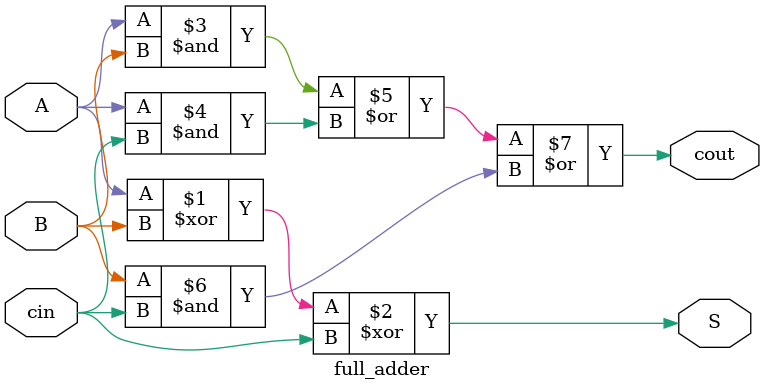
<source format=v>

module ripple(LEDR, SW);
    input[9:0] SW;
    output[9:0] LEDR;
    wire c1, c2, c3;

    full_adder m1(
        .S(LEDR[0]),
        .cout(c1),
        .A(SW[4]),
        .B(SW[0]),
        .cin(SW[8])
    );

    full_adder m2(
        .S(LEDR[1]),
        .cout(c2),
        .A(SW[5]),
        .B(SW[1]),
        .cin(c1)
    );

    full_adder m3(
        .S(LEDR[2]),
        .cout(c3),
        .A(SW[6]),
        .B(SW[2]),
        .cin(c2)
    );

    full_adder m4(
        .S(LEDR[3]),
        .cout(LEDR[4]),
        .A(SW[7]),
        .B(SW[3]),
        .cin(c3)
    );

endmodule

module full_adder(S, cout, A, B, cin);
    input A, B, cin;
    output S, cout;

    assign S = A^B^cin;
    assign cout = (A&B) | (A&cin) | (B&cin);

endmodule


</source>
